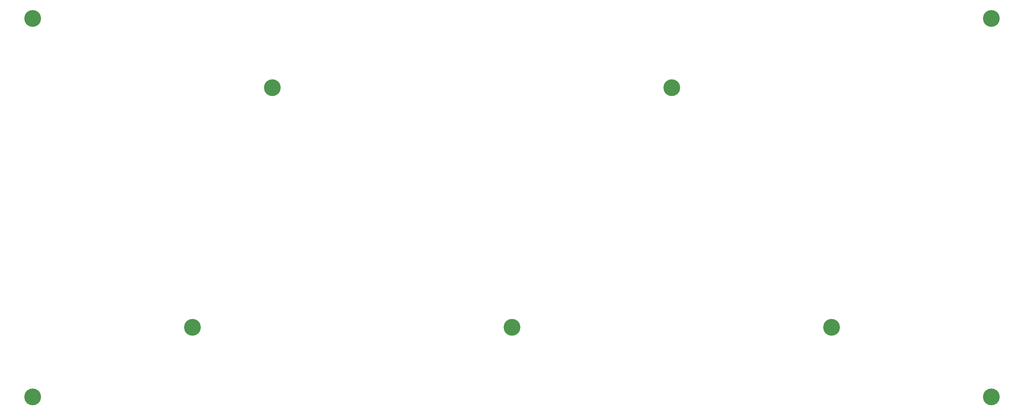
<source format=gbr>
%TF.GenerationSoftware,KiCad,Pcbnew,(6.0.4)*%
%TF.CreationDate,2022-09-11T20:29:28+10:00*%
%TF.ProjectId,plate,706c6174-652e-46b6-9963-61645f706362,rev?*%
%TF.SameCoordinates,Original*%
%TF.FileFunction,Soldermask,Bot*%
%TF.FilePolarity,Negative*%
%FSLAX46Y46*%
G04 Gerber Fmt 4.6, Leading zero omitted, Abs format (unit mm)*
G04 Created by KiCad (PCBNEW (6.0.4)) date 2022-09-11 20:29:28*
%MOMM*%
%LPD*%
G01*
G04 APERTURE LIST*
%ADD10C,4.000000*%
G04 APERTURE END LIST*
D10*
%TO.C,REF\u002A\u002A*%
X247648845Y-2500000D03*
%TD*%
%TO.C,REF\u002A\u002A*%
X19050000Y-92750000D03*
%TD*%
%TO.C,REF\u002A\u002A*%
X247650000Y-92750000D03*
%TD*%
%TO.C,REF\u002A\u002A*%
X57150000Y-76200000D03*
%TD*%
%TO.C,REF\u002A\u002A*%
X76200000Y-19050000D03*
%TD*%
%TO.C,REF\u002A\u002A*%
X209550000Y-76200000D03*
%TD*%
%TO.C,REF\u002A\u002A*%
X19050000Y-2500000D03*
%TD*%
%TO.C,REF\u002A\u002A*%
X171450000Y-19050000D03*
%TD*%
%TO.C,REF\u002A\u002A*%
X133350000Y-76200000D03*
%TD*%
M02*

</source>
